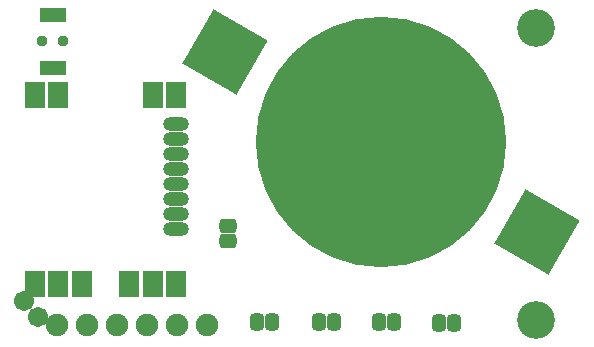
<source format=gts>
%FSTAX25Y25*%
%MOIN*%
%SFA1B1*%

%IPPOS*%
%AMD48*
4,1,4,-0.038100,0.142100,-0.142100,-0.038100,0.038100,-0.142100,0.142100,0.038100,-0.038100,0.142100,0.0*
%
%AMD51*
4,1,8,-0.028600,0.010300,-0.028600,-0.010300,-0.014300,-0.024700,0.014300,-0.024700,0.028600,-0.010300,0.028600,0.010300,0.014300,0.024700,-0.014300,0.024700,-0.028600,0.010300,0.0*
1,1,0.028680,-0.014300,0.010300*
1,1,0.028680,-0.014300,-0.010300*
1,1,0.028680,0.014300,-0.010300*
1,1,0.028680,0.014300,0.010300*
%
%AMD54*
4,1,8,-0.010300,-0.028600,0.010300,-0.028600,0.024700,-0.014300,0.024700,0.014300,0.010300,0.028600,-0.010300,0.028600,-0.024700,0.014300,-0.024700,-0.014300,-0.010300,-0.028600,0.0*
1,1,0.028680,-0.010300,-0.014300*
1,1,0.028680,0.010300,-0.014300*
1,1,0.028680,0.010300,0.014300*
1,1,0.028680,-0.010300,0.014300*
%
%ADD46R,0.067060X0.086740*%
%ADD47R,0.086740X0.049340*%
G04~CAMADD=48~10~0.0~2080.0~0.0~0.0~0.0~0.0~0~0.0~0.0~0.0~0.0~0~0.0~0.0~0.0~0.0~0~0.0~0.0~0.0~420.0~2080.0~0.0*
%ADD48D48*%
%ADD49C,0.834770*%
%ADD50O,0.086740X0.047370*%
G04~CAMADD=51~8~0.0~0.0~493.4~572.1~143.4~0.0~15~0.0~0.0~0.0~0.0~0~0.0~0.0~0.0~0.0~0~0.0~0.0~0.0~90.0~572.0~494.0*
%ADD51D51*%
%ADD52C,0.126110*%
%ADD53C,0.067060*%
G04~CAMADD=54~8~0.0~0.0~493.4~572.1~143.4~0.0~15~0.0~0.0~0.0~0.0~0~0.0~0.0~0.0~0.0~0~0.0~0.0~0.0~180.0~494.0~572.0*
%ADD54D54*%
%ADD55C,0.074930*%
%ADD56C,0.037530*%
%LNswitch_trojan1-1*%
%LPD*%
G54D46*
X0155807Y0153642D03*
X0116437Y0216634D03*
X0124311D03*
X0163681Y0153642D03*
X0147933D03*
X0132185D03*
X0124311D03*
X0116437D03*
X0155807Y0216634D03*
X0163681D03*
G54D47*
X0122441Y024311D03*
Y022559D03*
G54D48*
X0180027Y0230984D03*
X028395Y0170984D03*
G54D49*
X0231988Y0200984D03*
G54D50*
X0163484Y0171949D03*
Y0176949D03*
Y0181949D03*
Y0186949D03*
Y0191949D03*
Y0196949D03*
Y0201949D03*
Y0206949D03*
G54D51*
X0181004Y0168012D03*
Y0172933D03*
G54D52*
X0283465Y0141634D03*
Y0238976D03*
G54D53*
X011752Y0142717D03*
X0112992Y0148031D03*
G54D54*
X0256299Y014065D03*
X0251378D03*
X0236319Y0140945D03*
X0231398D03*
X0216142D03*
X0211221D03*
X0195669D03*
X0190748D03*
G54D55*
X0124016Y0139764D03*
X0134016D03*
X0144016D03*
X0154016D03*
X0164016D03*
X0174016Y014D03*
G54D56*
X0125984Y0234449D03*
X0118898D03*
M02*
</source>
